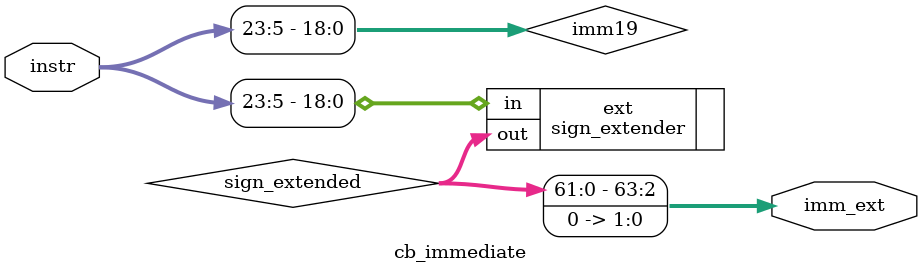
<source format=sv>
module cb_immediate (instr, imm_ext);
	input logic [31:0] instr;
	output logic [63:0] imm_ext;

	logic [18:0] imm19;
	logic [63:0] sign_extended;

	// Extract instr[23:5] → imm19
	genvar i;
	generate
		for (i = 0; i < 19; i++) begin : cb_extract
			assign imm19[i] = instr[i + 5];
		end
	endgenerate

	// Sign-extend 19-bit immediate
	sign_extender #(.IN_WIDTH(19)) ext (.in(imm19), .out(sign_extended));

	// Shift left 2: imm_shifted = sign_extended << 2
	genvar j;
	generate
		assign imm_ext[0] = 1'b0;
		assign imm_ext[1] = 1'b0;
		for (j = 2; j < 64; j++) begin : shift_2
			assign imm_ext[j] = sign_extended[j - 2];
		end
	endgenerate

endmodule

</source>
